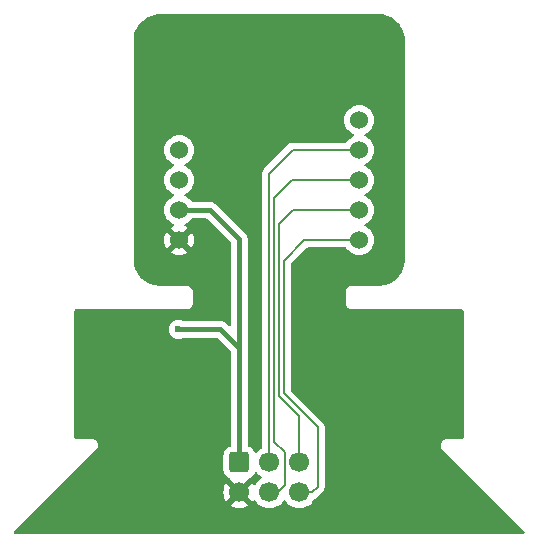
<source format=gbr>
%TF.GenerationSoftware,KiCad,Pcbnew,8.0.8*%
%TF.CreationDate,2025-02-13T13:38:45+00:00*%
%TF.ProjectId,hackaday-sao-m5stack-atoms3,6861636b-6164-4617-992d-73616f2d6d35,rev?*%
%TF.SameCoordinates,Original*%
%TF.FileFunction,Copper,L2,Bot*%
%TF.FilePolarity,Positive*%
%FSLAX46Y46*%
G04 Gerber Fmt 4.6, Leading zero omitted, Abs format (unit mm)*
G04 Created by KiCad (PCBNEW 8.0.8) date 2025-02-13 13:38:45*
%MOMM*%
%LPD*%
G01*
G04 APERTURE LIST*
G04 Aperture macros list*
%AMRoundRect*
0 Rectangle with rounded corners*
0 $1 Rounding radius*
0 $2 $3 $4 $5 $6 $7 $8 $9 X,Y pos of 4 corners*
0 Add a 4 corners polygon primitive as box body*
4,1,4,$2,$3,$4,$5,$6,$7,$8,$9,$2,$3,0*
0 Add four circle primitives for the rounded corners*
1,1,$1+$1,$2,$3*
1,1,$1+$1,$4,$5*
1,1,$1+$1,$6,$7*
1,1,$1+$1,$8,$9*
0 Add four rect primitives between the rounded corners*
20,1,$1+$1,$2,$3,$4,$5,0*
20,1,$1+$1,$4,$5,$6,$7,0*
20,1,$1+$1,$6,$7,$8,$9,0*
20,1,$1+$1,$8,$9,$2,$3,0*%
G04 Aperture macros list end*
%TA.AperFunction,ComponentPad*%
%ADD10C,1.524000*%
%TD*%
%TA.AperFunction,ComponentPad*%
%ADD11RoundRect,0.250000X-0.600000X0.600000X-0.600000X-0.600000X0.600000X-0.600000X0.600000X0.600000X0*%
%TD*%
%TA.AperFunction,ComponentPad*%
%ADD12C,1.700000*%
%TD*%
%TA.AperFunction,ViaPad*%
%ADD13C,0.600000*%
%TD*%
%TA.AperFunction,Conductor*%
%ADD14C,0.203200*%
%TD*%
%TA.AperFunction,Conductor*%
%ADD15C,0.406400*%
%TD*%
G04 APERTURE END LIST*
D10*
%TO.P,U1,1,IO39*%
%TO.N,unconnected-(U1-IO39-Pad1)*%
X204368800Y-72011200D03*
%TO.P,U1,2,IO38*%
%TO.N,unconnected-(U1-IO38-Pad2)*%
X204368800Y-74551200D03*
%TO.P,U1,3,5V*%
%TO.N,VCC*%
X204368800Y-77091200D03*
%TO.P,U1,4,GND*%
%TO.N,GND*%
X204368800Y-79631200D03*
%TO.P,U1,5,IO8*%
%TO.N,GPIO2*%
X219608800Y-79631200D03*
%TO.P,U1,6,IO7*%
%TO.N,GPIO1*%
X219608800Y-77091200D03*
%TO.P,U1,7,IO6*%
%TO.N,SCL*%
X219608800Y-74551200D03*
%TO.P,U1,8,IO5*%
%TO.N,SDA*%
X219608800Y-72011200D03*
%TO.P,U1,9,3V3*%
%TO.N,unconnected-(U1-3V3-Pad9)*%
X219608800Y-69471200D03*
%TD*%
D11*
%TO.P,J2,1,Pin_1*%
%TO.N,VCC*%
X209460000Y-98460000D03*
D12*
%TO.P,J2,2,Pin_2*%
%TO.N,GND*%
X209460000Y-101000000D03*
%TO.P,J2,3,Pin_3*%
%TO.N,SDA*%
X212000000Y-98460000D03*
%TO.P,J2,4,Pin_4*%
%TO.N,SCL*%
X212000000Y-101000000D03*
%TO.P,J2,5,Pin_5*%
%TO.N,GPIO1*%
X214540000Y-98460000D03*
%TO.P,J2,6,Pin_6*%
%TO.N,GPIO2*%
X214540000Y-101000000D03*
%TD*%
D13*
%TO.N,GND*%
X206400000Y-98300000D03*
X226400000Y-98200000D03*
X227700000Y-93500000D03*
X202100000Y-103800000D03*
X227500000Y-87200000D03*
X191900000Y-103800000D03*
X196500000Y-87200000D03*
X201800000Y-61800000D03*
X196200000Y-93500000D03*
X210800000Y-82700000D03*
X221000000Y-103800000D03*
X232100000Y-103800000D03*
X210800000Y-80100000D03*
X201800000Y-82000000D03*
X222100000Y-61800000D03*
X197500000Y-98200000D03*
X207500000Y-98300000D03*
X210800000Y-93400000D03*
X219000000Y-98300000D03*
X222100000Y-82000000D03*
%TO.N,VCC*%
X204300000Y-87200000D03*
%TD*%
D14*
%TO.N,GPIO2*%
X216100000Y-95500000D02*
X216100000Y-100500000D01*
X214968800Y-79631200D02*
X213209600Y-81390400D01*
X215600000Y-101000000D02*
X214540000Y-101000000D01*
X219608800Y-79631200D02*
X214968800Y-79631200D01*
X213209600Y-92609600D02*
X216100000Y-95500000D01*
X213209600Y-81390400D02*
X213209600Y-92609600D01*
X216100000Y-100500000D02*
X215600000Y-101000000D01*
%TO.N,GPIO1*%
X214008800Y-77091200D02*
X212806400Y-78293600D01*
X212806400Y-92803200D02*
X214540000Y-94536800D01*
X214540000Y-94536800D02*
X214540000Y-98460000D01*
X212806400Y-78293600D02*
X212806400Y-92803200D01*
X219608800Y-77091200D02*
X214008800Y-77091200D01*
%TO.N,SDA*%
X212000000Y-74000000D02*
X212000000Y-98460000D01*
X219608800Y-72011200D02*
X213988800Y-72011200D01*
X213988800Y-72011200D02*
X212000000Y-74000000D01*
D15*
%TO.N,VCC*%
X209460000Y-79560000D02*
X209460000Y-88800000D01*
X206991200Y-77091200D02*
X209460000Y-79560000D01*
X207860000Y-87200000D02*
X209460000Y-88800000D01*
X204368800Y-77091200D02*
X206991200Y-77091200D01*
X204300000Y-87200000D02*
X207860000Y-87200000D01*
X209460000Y-88800000D02*
X209460000Y-98460000D01*
D14*
%TO.N,SCL*%
X212403200Y-76096800D02*
X212403200Y-96703200D01*
X213948800Y-74551200D02*
X212403200Y-76096800D01*
X212403200Y-96703200D02*
X213300000Y-97600000D01*
X219608800Y-74551200D02*
X213948800Y-74551200D01*
X213300000Y-100400000D02*
X212700000Y-101000000D01*
X212700000Y-101000000D02*
X212000000Y-101000000D01*
X213300000Y-97600000D02*
X213300000Y-100400000D01*
%TD*%
%TA.AperFunction,Conductor*%
%TO.N,GND*%
G36*
X210920720Y-99298779D02*
G01*
X210957483Y-99327766D01*
X210957677Y-99327573D01*
X210959313Y-99329209D01*
X210960354Y-99330030D01*
X210961501Y-99331397D01*
X211128597Y-99498493D01*
X211128603Y-99498498D01*
X211314158Y-99628425D01*
X211357783Y-99683002D01*
X211364977Y-99752500D01*
X211333454Y-99814855D01*
X211314158Y-99831575D01*
X211128597Y-99961505D01*
X210961508Y-100128594D01*
X210831269Y-100314595D01*
X210776692Y-100358219D01*
X210707193Y-100365412D01*
X210644839Y-100333890D01*
X210628119Y-100314595D01*
X210574925Y-100238626D01*
X209942962Y-100870590D01*
X209925925Y-100807007D01*
X209860099Y-100692993D01*
X209767007Y-100599901D01*
X209652993Y-100534075D01*
X209589409Y-100517037D01*
X210225788Y-99880657D01*
X210236208Y-99828809D01*
X210284822Y-99778625D01*
X210306962Y-99768795D01*
X210379334Y-99744814D01*
X210528656Y-99652712D01*
X210652712Y-99528656D01*
X210744814Y-99379334D01*
X210747662Y-99370738D01*
X210787429Y-99313294D01*
X210851944Y-99286468D01*
X210920720Y-99298779D01*
G37*
%TD.AperFunction*%
%TA.AperFunction,Conductor*%
G36*
X221253736Y-60500726D02*
G01*
X221513662Y-60516448D01*
X221528524Y-60518253D01*
X221599528Y-60531264D01*
X221780969Y-60564515D01*
X221795498Y-60568096D01*
X222040523Y-60644449D01*
X222054516Y-60649755D01*
X222288562Y-60755091D01*
X222301808Y-60762044D01*
X222521449Y-60894821D01*
X222533760Y-60903319D01*
X222628089Y-60977221D01*
X222735792Y-61061601D01*
X222747000Y-61071531D01*
X222928468Y-61252999D01*
X222938398Y-61264207D01*
X223096676Y-61466233D01*
X223105182Y-61478556D01*
X223237952Y-61698185D01*
X223244911Y-61711444D01*
X223350242Y-61945480D01*
X223355551Y-61959480D01*
X223431901Y-62204494D01*
X223435485Y-62219034D01*
X223481746Y-62471475D01*
X223483551Y-62486339D01*
X223499274Y-62746263D01*
X223499500Y-62753750D01*
X223499500Y-81246249D01*
X223499274Y-81253736D01*
X223483551Y-81513660D01*
X223481746Y-81528524D01*
X223435485Y-81780965D01*
X223431901Y-81795505D01*
X223355551Y-82040519D01*
X223350242Y-82054519D01*
X223244911Y-82288555D01*
X223237952Y-82301814D01*
X223105182Y-82521443D01*
X223096676Y-82533766D01*
X222938398Y-82735792D01*
X222928468Y-82747000D01*
X222747000Y-82928468D01*
X222735792Y-82938398D01*
X222533766Y-83096676D01*
X222521443Y-83105182D01*
X222301814Y-83237952D01*
X222288555Y-83244911D01*
X222054519Y-83350242D01*
X222040519Y-83355551D01*
X221795505Y-83431901D01*
X221780965Y-83435485D01*
X221528524Y-83481746D01*
X221513660Y-83483551D01*
X221253736Y-83499274D01*
X221246249Y-83499500D01*
X218934108Y-83499500D01*
X218806812Y-83533608D01*
X218692686Y-83599500D01*
X218692683Y-83599502D01*
X218599502Y-83692683D01*
X218599500Y-83692686D01*
X218533608Y-83806812D01*
X218499500Y-83934108D01*
X218499500Y-85065891D01*
X218533608Y-85193187D01*
X218560672Y-85240062D01*
X218599500Y-85307314D01*
X218692686Y-85400500D01*
X218806814Y-85466392D01*
X218934108Y-85500500D01*
X219065892Y-85500500D01*
X228184108Y-85500500D01*
X228240244Y-85500500D01*
X228259631Y-85502025D01*
X228307706Y-85509639D01*
X228344595Y-85521625D01*
X228379156Y-85539235D01*
X228410538Y-85562036D01*
X228437963Y-85589461D01*
X228460765Y-85620845D01*
X228476427Y-85651583D01*
X228478372Y-85655399D01*
X228490361Y-85692297D01*
X228497973Y-85740357D01*
X228499500Y-85759755D01*
X228499500Y-96240244D01*
X228497973Y-96259642D01*
X228490361Y-96307702D01*
X228478372Y-96344600D01*
X228460766Y-96379153D01*
X228437963Y-96410538D01*
X228410538Y-96437963D01*
X228379153Y-96460766D01*
X228344600Y-96478372D01*
X228307702Y-96490361D01*
X228272884Y-96495875D01*
X228259640Y-96497973D01*
X228240244Y-96499500D01*
X226934108Y-96499500D01*
X226806812Y-96533608D01*
X226692686Y-96599500D01*
X226692683Y-96599502D01*
X226599502Y-96692683D01*
X226599500Y-96692686D01*
X226533608Y-96806812D01*
X226507191Y-96905405D01*
X226499500Y-96934108D01*
X226499500Y-97065892D01*
X226502223Y-97076055D01*
X226533608Y-97193187D01*
X226562870Y-97243870D01*
X226599500Y-97307314D01*
X226599501Y-97307315D01*
X226599502Y-97307316D01*
X233580005Y-104287819D01*
X233613490Y-104349142D01*
X233608506Y-104418834D01*
X233566634Y-104474767D01*
X233501170Y-104499184D01*
X233492324Y-104499500D01*
X190507676Y-104499500D01*
X190440637Y-104479815D01*
X190394882Y-104427011D01*
X190384938Y-104357853D01*
X190413963Y-104294297D01*
X190419995Y-104287819D01*
X197400497Y-97307317D01*
X197400498Y-97307316D01*
X197400499Y-97307315D01*
X197401663Y-97305300D01*
X197466392Y-97193186D01*
X197488815Y-97109501D01*
X197500500Y-97065893D01*
X197500500Y-96934108D01*
X197466392Y-96806815D01*
X197466392Y-96806814D01*
X197466392Y-96806813D01*
X197437338Y-96756492D01*
X197400500Y-96692686D01*
X197307314Y-96599500D01*
X197250250Y-96566554D01*
X197193187Y-96533608D01*
X197129539Y-96516554D01*
X197065892Y-96499500D01*
X197065891Y-96499500D01*
X195624500Y-96499500D01*
X195557461Y-96479815D01*
X195511706Y-96427011D01*
X195500500Y-96375500D01*
X195500500Y-85624500D01*
X195520185Y-85557461D01*
X195572989Y-85511706D01*
X195624500Y-85500500D01*
X205065890Y-85500500D01*
X205065892Y-85500500D01*
X205193186Y-85466392D01*
X205307314Y-85400500D01*
X205400500Y-85307314D01*
X205466392Y-85193186D01*
X205500500Y-85065892D01*
X205500500Y-83934108D01*
X205466392Y-83806814D01*
X205400500Y-83692686D01*
X205307314Y-83599500D01*
X205224358Y-83551605D01*
X205193187Y-83533608D01*
X205129539Y-83516554D01*
X205065892Y-83499500D01*
X205065891Y-83499500D01*
X202753751Y-83499500D01*
X202746264Y-83499274D01*
X202486339Y-83483551D01*
X202471475Y-83481746D01*
X202219034Y-83435485D01*
X202204494Y-83431901D01*
X201959480Y-83355551D01*
X201945480Y-83350242D01*
X201711444Y-83244911D01*
X201698185Y-83237952D01*
X201478556Y-83105182D01*
X201466233Y-83096676D01*
X201264207Y-82938398D01*
X201252999Y-82928468D01*
X201071531Y-82747000D01*
X201061601Y-82735792D01*
X200903323Y-82533766D01*
X200894821Y-82521449D01*
X200762044Y-82301808D01*
X200755091Y-82288562D01*
X200649755Y-82054516D01*
X200644448Y-82040519D01*
X200568098Y-81795505D01*
X200564514Y-81780965D01*
X200560523Y-81759188D01*
X200518253Y-81528524D01*
X200516448Y-81513660D01*
X200500726Y-81253736D01*
X200500500Y-81246249D01*
X200500500Y-72011197D01*
X203101477Y-72011197D01*
X203101477Y-72011202D01*
X203120729Y-72231262D01*
X203120730Y-72231270D01*
X203177904Y-72444645D01*
X203177905Y-72444647D01*
X203177906Y-72444650D01*
X203257870Y-72616134D01*
X203271266Y-72644862D01*
X203271268Y-72644866D01*
X203397970Y-72825815D01*
X203397975Y-72825821D01*
X203554178Y-72982024D01*
X203554184Y-72982029D01*
X203735133Y-73108731D01*
X203735135Y-73108732D01*
X203735138Y-73108734D01*
X203854548Y-73164415D01*
X203863989Y-73168818D01*
X203916428Y-73214990D01*
X203935580Y-73282184D01*
X203915364Y-73349065D01*
X203863989Y-73393582D01*
X203735140Y-73453665D01*
X203735138Y-73453666D01*
X203554177Y-73580375D01*
X203397975Y-73736577D01*
X203271266Y-73917538D01*
X203271265Y-73917540D01*
X203177907Y-74117748D01*
X203177904Y-74117754D01*
X203120730Y-74331129D01*
X203120729Y-74331137D01*
X203101477Y-74551197D01*
X203101477Y-74551202D01*
X203120729Y-74771262D01*
X203120730Y-74771270D01*
X203177904Y-74984645D01*
X203177905Y-74984647D01*
X203177906Y-74984650D01*
X203257870Y-75156134D01*
X203271266Y-75184862D01*
X203271268Y-75184866D01*
X203397970Y-75365815D01*
X203397975Y-75365821D01*
X203554178Y-75522024D01*
X203554184Y-75522029D01*
X203735133Y-75648731D01*
X203735135Y-75648732D01*
X203735138Y-75648734D01*
X203854548Y-75704415D01*
X203863989Y-75708818D01*
X203916428Y-75754990D01*
X203935580Y-75822184D01*
X203915364Y-75889065D01*
X203863989Y-75933582D01*
X203735140Y-75993665D01*
X203735138Y-75993666D01*
X203554177Y-76120375D01*
X203397975Y-76276577D01*
X203271266Y-76457538D01*
X203271265Y-76457540D01*
X203177907Y-76657748D01*
X203177904Y-76657754D01*
X203120730Y-76871129D01*
X203120729Y-76871137D01*
X203101477Y-77091197D01*
X203101477Y-77091202D01*
X203120729Y-77311262D01*
X203120730Y-77311270D01*
X203177904Y-77524645D01*
X203177905Y-77524647D01*
X203177906Y-77524650D01*
X203257870Y-77696134D01*
X203271266Y-77724862D01*
X203271268Y-77724866D01*
X203397970Y-77905815D01*
X203397975Y-77905821D01*
X203554178Y-78062024D01*
X203554184Y-78062029D01*
X203735133Y-78188731D01*
X203735135Y-78188732D01*
X203735138Y-78188734D01*
X203863989Y-78248818D01*
X203864581Y-78249094D01*
X203917020Y-78295266D01*
X203936172Y-78362460D01*
X203915956Y-78429341D01*
X203864581Y-78473858D01*
X203735390Y-78534101D01*
X203670611Y-78579458D01*
X204341354Y-79250200D01*
X204318640Y-79250200D01*
X204221739Y-79276164D01*
X204134860Y-79326324D01*
X204063924Y-79397260D01*
X204013764Y-79484139D01*
X203987800Y-79581040D01*
X203987800Y-79603753D01*
X203317058Y-78933011D01*
X203271701Y-78997790D01*
X203178379Y-79197920D01*
X203178375Y-79197929D01*
X203121226Y-79411213D01*
X203121224Y-79411223D01*
X203101979Y-79631199D01*
X203101979Y-79631200D01*
X203121224Y-79851176D01*
X203121226Y-79851186D01*
X203178375Y-80064470D01*
X203178380Y-80064484D01*
X203271698Y-80264605D01*
X203271701Y-80264611D01*
X203317058Y-80329387D01*
X203317058Y-80329388D01*
X203987800Y-79658646D01*
X203987800Y-79681360D01*
X204013764Y-79778261D01*
X204063924Y-79865140D01*
X204134860Y-79936076D01*
X204221739Y-79986236D01*
X204318640Y-80012200D01*
X204341353Y-80012200D01*
X203670610Y-80682940D01*
X203735390Y-80728299D01*
X203735392Y-80728300D01*
X203935515Y-80821619D01*
X203935529Y-80821624D01*
X204148813Y-80878773D01*
X204148823Y-80878775D01*
X204368799Y-80898021D01*
X204368801Y-80898021D01*
X204588776Y-80878775D01*
X204588786Y-80878773D01*
X204802070Y-80821624D01*
X204802084Y-80821619D01*
X205002207Y-80728300D01*
X205002217Y-80728294D01*
X205066988Y-80682941D01*
X204396248Y-80012200D01*
X204418960Y-80012200D01*
X204515861Y-79986236D01*
X204602740Y-79936076D01*
X204673676Y-79865140D01*
X204723836Y-79778261D01*
X204749800Y-79681360D01*
X204749800Y-79658647D01*
X205420541Y-80329388D01*
X205465894Y-80264617D01*
X205465900Y-80264607D01*
X205559219Y-80064484D01*
X205559224Y-80064470D01*
X205616373Y-79851186D01*
X205616375Y-79851176D01*
X205635621Y-79631200D01*
X205635621Y-79631199D01*
X205616375Y-79411223D01*
X205616373Y-79411213D01*
X205559224Y-79197929D01*
X205559220Y-79197920D01*
X205465896Y-78997786D01*
X205420541Y-78933011D01*
X205420540Y-78933010D01*
X204749800Y-79603751D01*
X204749800Y-79581040D01*
X204723836Y-79484139D01*
X204673676Y-79397260D01*
X204602740Y-79326324D01*
X204515861Y-79276164D01*
X204418960Y-79250200D01*
X204396247Y-79250200D01*
X205066988Y-78579458D01*
X205002211Y-78534101D01*
X205002205Y-78534098D01*
X204873019Y-78473858D01*
X204820579Y-78427686D01*
X204801427Y-78360493D01*
X204821643Y-78293611D01*
X204873019Y-78249094D01*
X204873611Y-78248818D01*
X205002462Y-78188734D01*
X205183420Y-78062026D01*
X205339626Y-77905820D01*
X205380268Y-77847776D01*
X205434844Y-77804152D01*
X205481843Y-77794900D01*
X206648356Y-77794900D01*
X206715395Y-77814585D01*
X206736037Y-77831219D01*
X208719981Y-79815163D01*
X208753466Y-79876486D01*
X208756300Y-79902844D01*
X208756300Y-86801756D01*
X208736615Y-86868795D01*
X208683811Y-86914550D01*
X208614653Y-86924494D01*
X208551097Y-86895469D01*
X208544619Y-86889437D01*
X208410940Y-86755758D01*
X208410920Y-86755736D01*
X208308585Y-86653401D01*
X208193323Y-86576386D01*
X208065264Y-86523343D01*
X208065256Y-86523341D01*
X207929310Y-86496299D01*
X207929308Y-86496299D01*
X207790692Y-86496299D01*
X207784578Y-86496299D01*
X207784558Y-86496300D01*
X204720399Y-86496300D01*
X204654428Y-86477294D01*
X204649522Y-86474211D01*
X204649520Y-86474210D01*
X204649518Y-86474209D01*
X204479254Y-86414631D01*
X204479249Y-86414630D01*
X204300004Y-86394435D01*
X204299996Y-86394435D01*
X204120750Y-86414630D01*
X204120745Y-86414631D01*
X203950476Y-86474211D01*
X203797737Y-86570184D01*
X203670184Y-86697737D01*
X203574211Y-86850476D01*
X203514631Y-87020745D01*
X203514630Y-87020750D01*
X203494435Y-87199996D01*
X203494435Y-87200003D01*
X203514630Y-87379249D01*
X203514631Y-87379254D01*
X203574211Y-87549523D01*
X203670184Y-87702262D01*
X203797738Y-87829816D01*
X203888080Y-87886582D01*
X203915323Y-87903700D01*
X203950478Y-87925789D01*
X204120745Y-87985368D01*
X204120750Y-87985369D01*
X204299996Y-88005565D01*
X204300000Y-88005565D01*
X204300004Y-88005565D01*
X204479249Y-87985369D01*
X204479252Y-87985368D01*
X204479255Y-87985368D01*
X204649522Y-87925789D01*
X204654428Y-87922705D01*
X204720399Y-87903700D01*
X207517156Y-87903700D01*
X207584195Y-87923385D01*
X207604837Y-87940019D01*
X208719981Y-89055163D01*
X208753466Y-89116486D01*
X208756300Y-89142844D01*
X208756300Y-97014191D01*
X208736615Y-97081230D01*
X208683811Y-97126985D01*
X208671307Y-97131895D01*
X208618722Y-97149320D01*
X208540668Y-97175185D01*
X208540663Y-97175187D01*
X208391342Y-97267289D01*
X208267289Y-97391342D01*
X208175187Y-97540663D01*
X208175185Y-97540668D01*
X208158701Y-97590414D01*
X208120001Y-97707203D01*
X208120001Y-97707204D01*
X208120000Y-97707204D01*
X208109500Y-97809983D01*
X208109500Y-99110001D01*
X208109501Y-99110018D01*
X208120000Y-99212796D01*
X208120001Y-99212799D01*
X208172339Y-99370742D01*
X208175186Y-99379334D01*
X208267288Y-99528656D01*
X208391344Y-99652712D01*
X208540666Y-99744814D01*
X208613034Y-99768794D01*
X208670477Y-99808565D01*
X208697300Y-99873081D01*
X208697413Y-99883860D01*
X209330591Y-100517037D01*
X209267007Y-100534075D01*
X209152993Y-100599901D01*
X209059901Y-100692993D01*
X208994075Y-100807007D01*
X208977037Y-100870590D01*
X208345073Y-100238626D01*
X208345073Y-100238627D01*
X208286400Y-100322421D01*
X208286399Y-100322423D01*
X208186570Y-100536507D01*
X208186566Y-100536516D01*
X208125432Y-100764673D01*
X208125430Y-100764684D01*
X208104843Y-100999998D01*
X208104843Y-101000001D01*
X208125430Y-101235315D01*
X208125432Y-101235326D01*
X208186566Y-101463483D01*
X208186570Y-101463492D01*
X208286398Y-101677576D01*
X208345073Y-101761372D01*
X208977037Y-101129408D01*
X208994075Y-101192993D01*
X209059901Y-101307007D01*
X209152993Y-101400099D01*
X209267007Y-101465925D01*
X209330591Y-101482962D01*
X208698626Y-102114926D01*
X208782417Y-102173598D01*
X208782421Y-102173600D01*
X208996507Y-102273429D01*
X208996516Y-102273433D01*
X209224673Y-102334567D01*
X209224684Y-102334569D01*
X209459998Y-102355157D01*
X209460002Y-102355157D01*
X209695315Y-102334569D01*
X209695326Y-102334567D01*
X209923483Y-102273433D01*
X209923492Y-102273429D01*
X210137580Y-102173599D01*
X210221371Y-102114925D01*
X209589408Y-101482962D01*
X209652993Y-101465925D01*
X209767007Y-101400099D01*
X209860099Y-101307007D01*
X209925925Y-101192993D01*
X209942962Y-101129408D01*
X210574925Y-101761371D01*
X210628120Y-101685404D01*
X210682697Y-101641780D01*
X210752196Y-101634588D01*
X210814550Y-101666111D01*
X210831268Y-101685404D01*
X210961505Y-101871401D01*
X211128599Y-102038495D01*
X211225384Y-102106265D01*
X211322165Y-102174032D01*
X211322167Y-102174033D01*
X211322170Y-102174035D01*
X211536337Y-102273903D01*
X211764592Y-102335063D01*
X211952918Y-102351539D01*
X211999999Y-102355659D01*
X212000000Y-102355659D01*
X212000001Y-102355659D01*
X212039234Y-102352226D01*
X212235408Y-102335063D01*
X212463663Y-102273903D01*
X212677830Y-102174035D01*
X212871401Y-102038495D01*
X213038495Y-101871401D01*
X213168425Y-101685842D01*
X213223002Y-101642217D01*
X213292500Y-101635023D01*
X213354855Y-101666546D01*
X213371575Y-101685842D01*
X213501500Y-101871395D01*
X213501505Y-101871401D01*
X213668599Y-102038495D01*
X213765384Y-102106265D01*
X213862165Y-102174032D01*
X213862167Y-102174033D01*
X213862170Y-102174035D01*
X214076337Y-102273903D01*
X214304592Y-102335063D01*
X214492918Y-102351539D01*
X214539999Y-102355659D01*
X214540000Y-102355659D01*
X214540001Y-102355659D01*
X214579234Y-102352226D01*
X214775408Y-102335063D01*
X215003663Y-102273903D01*
X215217830Y-102174035D01*
X215411401Y-102038495D01*
X215578495Y-101871401D01*
X215714035Y-101677830D01*
X215734918Y-101633043D01*
X215781089Y-101580606D01*
X215815204Y-101565675D01*
X215832402Y-101561067D01*
X215969698Y-101481800D01*
X216081800Y-101369698D01*
X216581800Y-100869698D01*
X216640746Y-100767599D01*
X216661067Y-100732402D01*
X216702100Y-100579268D01*
X216702100Y-95420732D01*
X216661067Y-95267598D01*
X216581800Y-95130302D01*
X216469698Y-95018200D01*
X213848019Y-92396521D01*
X213814534Y-92335198D01*
X213811700Y-92308840D01*
X213811700Y-81691160D01*
X213831385Y-81624121D01*
X213848019Y-81603479D01*
X215181879Y-80269619D01*
X215243202Y-80236134D01*
X215269560Y-80233300D01*
X218424616Y-80233300D01*
X218491655Y-80252985D01*
X218526191Y-80286177D01*
X218637970Y-80445815D01*
X218637975Y-80445821D01*
X218794178Y-80602024D01*
X218794184Y-80602029D01*
X218975133Y-80728731D01*
X218975135Y-80728732D01*
X218975138Y-80728734D01*
X219175350Y-80822094D01*
X219388732Y-80879270D01*
X219545923Y-80893022D01*
X219608798Y-80898523D01*
X219608800Y-80898523D01*
X219608802Y-80898523D01*
X219663817Y-80893709D01*
X219828868Y-80879270D01*
X220042250Y-80822094D01*
X220242462Y-80728734D01*
X220423420Y-80602026D01*
X220579626Y-80445820D01*
X220706334Y-80264862D01*
X220799694Y-80064650D01*
X220856870Y-79851268D01*
X220876123Y-79631200D01*
X220856870Y-79411132D01*
X220799694Y-79197750D01*
X220706334Y-78997539D01*
X220579626Y-78816580D01*
X220423420Y-78660374D01*
X220423416Y-78660371D01*
X220423415Y-78660370D01*
X220242466Y-78533668D01*
X220242458Y-78533664D01*
X220113611Y-78473582D01*
X220061171Y-78427410D01*
X220042019Y-78360217D01*
X220062235Y-78293335D01*
X220113611Y-78248818D01*
X220119602Y-78246024D01*
X220242462Y-78188734D01*
X220423420Y-78062026D01*
X220579626Y-77905820D01*
X220706334Y-77724862D01*
X220799694Y-77524650D01*
X220856870Y-77311268D01*
X220876123Y-77091200D01*
X220873831Y-77065006D01*
X220856870Y-76871137D01*
X220856870Y-76871132D01*
X220799694Y-76657750D01*
X220706334Y-76457539D01*
X220579626Y-76276580D01*
X220423420Y-76120374D01*
X220423416Y-76120371D01*
X220423415Y-76120370D01*
X220242466Y-75993668D01*
X220242458Y-75993664D01*
X220113611Y-75933582D01*
X220061171Y-75887410D01*
X220042019Y-75820217D01*
X220062235Y-75753335D01*
X220113611Y-75708818D01*
X220119602Y-75706024D01*
X220242462Y-75648734D01*
X220423420Y-75522026D01*
X220579626Y-75365820D01*
X220706334Y-75184862D01*
X220799694Y-74984650D01*
X220856870Y-74771268D01*
X220876123Y-74551200D01*
X220856870Y-74331132D01*
X220799694Y-74117750D01*
X220706334Y-73917539D01*
X220579626Y-73736580D01*
X220423420Y-73580374D01*
X220423416Y-73580371D01*
X220423415Y-73580370D01*
X220242466Y-73453668D01*
X220242458Y-73453664D01*
X220113611Y-73393582D01*
X220061171Y-73347410D01*
X220042019Y-73280217D01*
X220062235Y-73213335D01*
X220113611Y-73168818D01*
X220119602Y-73166024D01*
X220242462Y-73108734D01*
X220423420Y-72982026D01*
X220579626Y-72825820D01*
X220706334Y-72644862D01*
X220799694Y-72444650D01*
X220856870Y-72231268D01*
X220876123Y-72011200D01*
X220856870Y-71791132D01*
X220799694Y-71577750D01*
X220706334Y-71377539D01*
X220579626Y-71196580D01*
X220423420Y-71040374D01*
X220423416Y-71040371D01*
X220423415Y-71040370D01*
X220242466Y-70913668D01*
X220242458Y-70913664D01*
X220113611Y-70853582D01*
X220061171Y-70807410D01*
X220042019Y-70740217D01*
X220062235Y-70673335D01*
X220113611Y-70628818D01*
X220119602Y-70626024D01*
X220242462Y-70568734D01*
X220423420Y-70442026D01*
X220579626Y-70285820D01*
X220706334Y-70104862D01*
X220799694Y-69904650D01*
X220856870Y-69691268D01*
X220876123Y-69471200D01*
X220856870Y-69251132D01*
X220799694Y-69037750D01*
X220706334Y-68837539D01*
X220579626Y-68656580D01*
X220423420Y-68500374D01*
X220423416Y-68500371D01*
X220423415Y-68500370D01*
X220242466Y-68373668D01*
X220242462Y-68373666D01*
X220242460Y-68373665D01*
X220042250Y-68280306D01*
X220042247Y-68280305D01*
X220042245Y-68280304D01*
X219828870Y-68223130D01*
X219828862Y-68223129D01*
X219608802Y-68203877D01*
X219608798Y-68203877D01*
X219388737Y-68223129D01*
X219388729Y-68223130D01*
X219175354Y-68280304D01*
X219175348Y-68280307D01*
X218975140Y-68373665D01*
X218975138Y-68373666D01*
X218794177Y-68500375D01*
X218637975Y-68656577D01*
X218511266Y-68837538D01*
X218511265Y-68837540D01*
X218417907Y-69037748D01*
X218417904Y-69037754D01*
X218360730Y-69251129D01*
X218360729Y-69251137D01*
X218341477Y-69471197D01*
X218341477Y-69471202D01*
X218360729Y-69691262D01*
X218360730Y-69691270D01*
X218417904Y-69904645D01*
X218417905Y-69904647D01*
X218417906Y-69904650D01*
X218511266Y-70104862D01*
X218511268Y-70104866D01*
X218637970Y-70285815D01*
X218637975Y-70285821D01*
X218794178Y-70442024D01*
X218794184Y-70442029D01*
X218975133Y-70568731D01*
X218975135Y-70568732D01*
X218975138Y-70568734D01*
X219094548Y-70624415D01*
X219103989Y-70628818D01*
X219156428Y-70674990D01*
X219175580Y-70742184D01*
X219155364Y-70809065D01*
X219103989Y-70853582D01*
X218975140Y-70913665D01*
X218975138Y-70913666D01*
X218794177Y-71040375D01*
X218637975Y-71196577D01*
X218526192Y-71356223D01*
X218471616Y-71399848D01*
X218424617Y-71409100D01*
X213909532Y-71409100D01*
X213807442Y-71436455D01*
X213756397Y-71450133D01*
X213619103Y-71529399D01*
X213619100Y-71529401D01*
X211518201Y-73630300D01*
X211518199Y-73630303D01*
X211438933Y-73767597D01*
X211438933Y-73767598D01*
X211398756Y-73917540D01*
X211397900Y-73920733D01*
X211397900Y-97171654D01*
X211378215Y-97238693D01*
X211326316Y-97284031D01*
X211322175Y-97285962D01*
X211322169Y-97285965D01*
X211128597Y-97421505D01*
X210961503Y-97588599D01*
X210960349Y-97589975D01*
X210959688Y-97590414D01*
X210957676Y-97592427D01*
X210957271Y-97592022D01*
X210902173Y-97628671D01*
X210832312Y-97629772D01*
X210772946Y-97592928D01*
X210747663Y-97549265D01*
X210744814Y-97540666D01*
X210652712Y-97391344D01*
X210528656Y-97267288D01*
X210408520Y-97193188D01*
X210379336Y-97175187D01*
X210379331Y-97175185D01*
X210315637Y-97154079D01*
X210248695Y-97131896D01*
X210191251Y-97092124D01*
X210164428Y-97027608D01*
X210163700Y-97014191D01*
X210163700Y-88875443D01*
X210163701Y-88875422D01*
X210163701Y-88725582D01*
X210163700Y-88725556D01*
X210163700Y-79490690D01*
X210147890Y-79411213D01*
X210147874Y-79411132D01*
X210147873Y-79411129D01*
X210143362Y-79388451D01*
X210136657Y-79354738D01*
X210083611Y-79226673D01*
X210031979Y-79149400D01*
X210006600Y-79111417D01*
X210006598Y-79111414D01*
X209905487Y-79010303D01*
X209905456Y-79010274D01*
X207542140Y-76646958D01*
X207542120Y-76646936D01*
X207439785Y-76544601D01*
X207324523Y-76467586D01*
X207196464Y-76414543D01*
X207196456Y-76414541D01*
X207060510Y-76387499D01*
X207060508Y-76387499D01*
X206921892Y-76387499D01*
X206915778Y-76387499D01*
X206915758Y-76387500D01*
X205481843Y-76387500D01*
X205414804Y-76367815D01*
X205380268Y-76334623D01*
X205339627Y-76276581D01*
X205339623Y-76276577D01*
X205183420Y-76120374D01*
X205183416Y-76120371D01*
X205183415Y-76120370D01*
X205002466Y-75993668D01*
X205002458Y-75993664D01*
X204873611Y-75933582D01*
X204821171Y-75887410D01*
X204802019Y-75820217D01*
X204822235Y-75753335D01*
X204873611Y-75708818D01*
X204879602Y-75706024D01*
X205002462Y-75648734D01*
X205183420Y-75522026D01*
X205339626Y-75365820D01*
X205466334Y-75184862D01*
X205559694Y-74984650D01*
X205616870Y-74771268D01*
X205636123Y-74551200D01*
X205616870Y-74331132D01*
X205559694Y-74117750D01*
X205466334Y-73917539D01*
X205339626Y-73736580D01*
X205183420Y-73580374D01*
X205183416Y-73580371D01*
X205183415Y-73580370D01*
X205002466Y-73453668D01*
X205002458Y-73453664D01*
X204873611Y-73393582D01*
X204821171Y-73347410D01*
X204802019Y-73280217D01*
X204822235Y-73213335D01*
X204873611Y-73168818D01*
X204879602Y-73166024D01*
X205002462Y-73108734D01*
X205183420Y-72982026D01*
X205339626Y-72825820D01*
X205466334Y-72644862D01*
X205559694Y-72444650D01*
X205616870Y-72231268D01*
X205636123Y-72011200D01*
X205616870Y-71791132D01*
X205559694Y-71577750D01*
X205466334Y-71377539D01*
X205339626Y-71196580D01*
X205183420Y-71040374D01*
X205183416Y-71040371D01*
X205183415Y-71040370D01*
X205002466Y-70913668D01*
X205002462Y-70913666D01*
X205002458Y-70913664D01*
X204802250Y-70820306D01*
X204802247Y-70820305D01*
X204802245Y-70820304D01*
X204588870Y-70763130D01*
X204588862Y-70763129D01*
X204368802Y-70743877D01*
X204368798Y-70743877D01*
X204148737Y-70763129D01*
X204148729Y-70763130D01*
X203935354Y-70820304D01*
X203935348Y-70820307D01*
X203735140Y-70913665D01*
X203735138Y-70913666D01*
X203554177Y-71040375D01*
X203397975Y-71196577D01*
X203271266Y-71377538D01*
X203271265Y-71377540D01*
X203177907Y-71577748D01*
X203177904Y-71577754D01*
X203120730Y-71791129D01*
X203120729Y-71791137D01*
X203101477Y-72011197D01*
X200500500Y-72011197D01*
X200500500Y-62753750D01*
X200500726Y-62746263D01*
X200516448Y-62486339D01*
X200518253Y-62471475D01*
X200564515Y-62219026D01*
X200568095Y-62204505D01*
X200644451Y-61959471D01*
X200649753Y-61945489D01*
X200755095Y-61711430D01*
X200762040Y-61698197D01*
X200894826Y-61478542D01*
X200903313Y-61466246D01*
X201061608Y-61264198D01*
X201071523Y-61253007D01*
X201253007Y-61071523D01*
X201264198Y-61061608D01*
X201466246Y-60903313D01*
X201478542Y-60894826D01*
X201698197Y-60762040D01*
X201711430Y-60755095D01*
X201945489Y-60649753D01*
X201959471Y-60644451D01*
X202204505Y-60568095D01*
X202219026Y-60564515D01*
X202471476Y-60518252D01*
X202486335Y-60516448D01*
X202746264Y-60500726D01*
X202753751Y-60500500D01*
X202815892Y-60500500D01*
X221184108Y-60500500D01*
X221246249Y-60500500D01*
X221253736Y-60500726D01*
G37*
%TD.AperFunction*%
%TD*%
M02*

</source>
